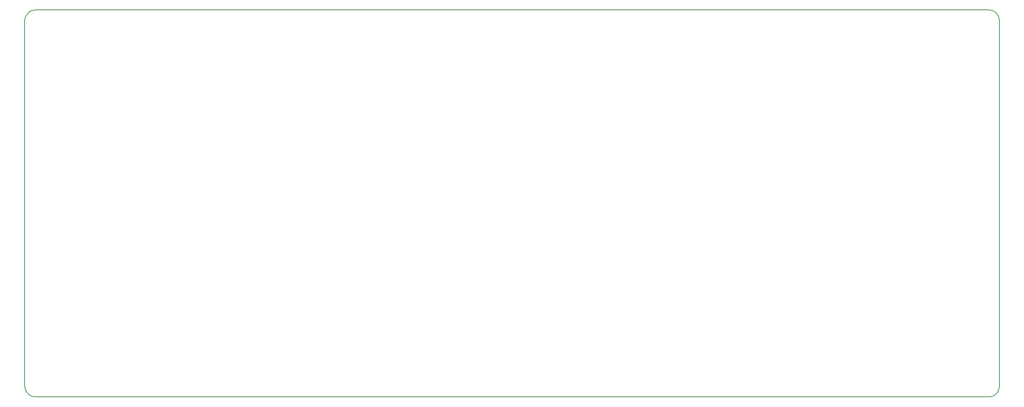
<source format=gm1>
G04 #@! TF.GenerationSoftware,KiCad,Pcbnew,7.0.1*
G04 #@! TF.CreationDate,2023-04-09T21:37:27+02:00*
G04 #@! TF.ProjectId,velociraptor,76656c6f-6369-4726-9170-746f722e6b69,rev?*
G04 #@! TF.SameCoordinates,Original*
G04 #@! TF.FileFunction,Profile,NP*
%FSLAX46Y46*%
G04 Gerber Fmt 4.6, Leading zero omitted, Abs format (unit mm)*
G04 Created by KiCad (PCBNEW 7.0.1) date 2023-04-09 21:37:27*
%MOMM*%
%LPD*%
G01*
G04 APERTURE LIST*
G04 #@! TA.AperFunction,Profile*
%ADD10C,0.150000*%
G04 #@! TD*
G04 APERTURE END LIST*
D10*
X35635616Y-25502566D02*
G75*
G03*
X33254366Y-27883797I-16J-2381234D01*
G01*
X251247453Y-27883797D02*
G75*
G03*
X248866202Y-25502547I-2381253J-3D01*
G01*
X33254367Y-109766202D02*
X33254366Y-27883797D01*
X248866202Y-112147452D02*
G75*
G03*
X251247452Y-109766203I-2J2381252D01*
G01*
X251247452Y-109766203D02*
X251247451Y-27883798D01*
X35635616Y-112147453D02*
X248866202Y-112147453D01*
X33254348Y-109766202D02*
G75*
G03*
X35635617Y-112147452I2381252J2D01*
G01*
X35635616Y-25502547D02*
X248866202Y-25502547D01*
M02*

</source>
